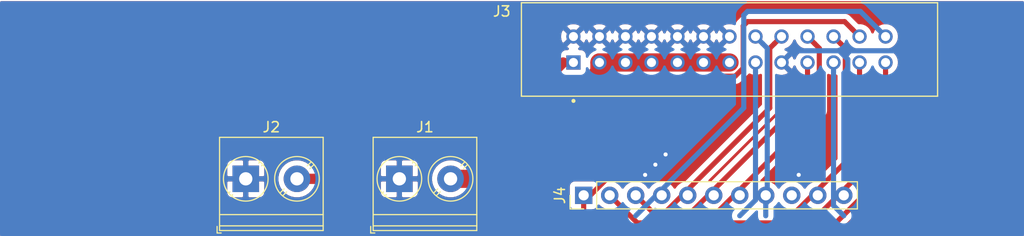
<source format=kicad_pcb>
(kicad_pcb (version 20171130) (host pcbnew 5.1.4-3.fc30)

  (general
    (thickness 1.6)
    (drawings 0)
    (tracks 63)
    (zones 0)
    (modules 4)
    (nets 15)
  )

  (page A4)
  (layers
    (0 F.Cu signal)
    (31 B.Cu signal)
    (32 B.Adhes user)
    (33 F.Adhes user)
    (34 B.Paste user)
    (35 F.Paste user)
    (36 B.SilkS user)
    (37 F.SilkS user)
    (38 B.Mask user)
    (39 F.Mask user)
    (40 Dwgs.User user)
    (41 Cmts.User user)
    (42 Eco1.User user)
    (43 Eco2.User user)
    (44 Edge.Cuts user)
    (45 Margin user)
    (46 B.CrtYd user)
    (47 F.CrtYd user)
    (48 B.Fab user)
    (49 F.Fab user)
  )

  (setup
    (last_trace_width 0.5)
    (user_trace_width 0.5)
    (user_trace_width 1.78)
    (trace_clearance 0.2)
    (zone_clearance 0.508)
    (zone_45_only no)
    (trace_min 0.2)
    (via_size 0.8)
    (via_drill 0.4)
    (via_min_size 0.4)
    (via_min_drill 0.3)
    (uvia_size 0.3)
    (uvia_drill 0.1)
    (uvias_allowed no)
    (uvia_min_size 0.2)
    (uvia_min_drill 0.1)
    (edge_width 0.05)
    (segment_width 0.2)
    (pcb_text_width 0.3)
    (pcb_text_size 1.5 1.5)
    (mod_edge_width 0.12)
    (mod_text_size 1 1)
    (mod_text_width 0.15)
    (pad_size 1.524 1.524)
    (pad_drill 0.762)
    (pad_to_mask_clearance 0.051)
    (solder_mask_min_width 0.25)
    (aux_axis_origin 0 0)
    (visible_elements FFFFFF7F)
    (pcbplotparams
      (layerselection 0x010fc_ffffffff)
      (usegerberextensions false)
      (usegerberattributes false)
      (usegerberadvancedattributes false)
      (creategerberjobfile false)
      (excludeedgelayer true)
      (linewidth 0.100000)
      (plotframeref false)
      (viasonmask false)
      (mode 1)
      (useauxorigin false)
      (hpglpennumber 1)
      (hpglpenspeed 20)
      (hpglpendiameter 15.000000)
      (psnegative false)
      (psa4output false)
      (plotreference true)
      (plotvalue true)
      (plotinvisibletext false)
      (padsonsilk false)
      (subtractmaskfromsilk false)
      (outputformat 1)
      (mirror false)
      (drillshape 1)
      (scaleselection 1)
      (outputdirectory ""))
  )

  (net 0 "")
  (net 1 GND)
  (net 2 +5V)
  (net 3 +12V)
  (net 4 TXD1)
  (net 5 RXD1)
  (net 6 GPIO3)
  (net 7 GPIO4)
  (net 8 GPIO7)
  (net 9 GNDX)
  (net 10 TXD2)
  (net 11 RXD2)
  (net 12 GPIO0)
  (net 13 GPIO1)
  (net 14 GPIO2)

  (net_class Default "This is the default net class."
    (clearance 0.2)
    (trace_width 0.25)
    (via_dia 0.8)
    (via_drill 0.4)
    (uvia_dia 0.3)
    (uvia_drill 0.1)
    (add_net +12V)
    (add_net +5V)
    (add_net GND)
    (add_net GNDX)
    (add_net GPIO0)
    (add_net GPIO1)
    (add_net GPIO2)
    (add_net GPIO3)
    (add_net GPIO4)
    (add_net GPIO7)
    (add_net RXD1)
    (add_net RXD2)
    (add_net TXD1)
    (add_net TXD2)
  )

  (module Connector_PinHeader_2.54mm:PinHeader_1x11_P2.54mm_Vertical (layer F.Cu) (tedit 59FED5CC) (tstamp 5D8579F1)
    (at 74 34 90)
    (descr "Through hole straight pin header, 1x11, 2.54mm pitch, single row")
    (tags "Through hole pin header THT 1x11 2.54mm single row")
    (path /5D8A0083)
    (fp_text reference J4 (at 0 -2.33 90) (layer F.SilkS)
      (effects (font (size 1 1) (thickness 0.15)))
    )
    (fp_text value Conn_01x11 (at 2.56 23 180) (layer F.Fab)
      (effects (font (size 1 1) (thickness 0.15)))
    )
    (fp_text user %R (at 0 13.97) (layer F.Fab)
      (effects (font (size 1 1) (thickness 0.15)))
    )
    (fp_line (start 1.8 -1.8) (end -1.8 -1.8) (layer F.CrtYd) (width 0.05))
    (fp_line (start 1.8 27.2) (end 1.8 -1.8) (layer F.CrtYd) (width 0.05))
    (fp_line (start -1.8 27.2) (end 1.8 27.2) (layer F.CrtYd) (width 0.05))
    (fp_line (start -1.8 -1.8) (end -1.8 27.2) (layer F.CrtYd) (width 0.05))
    (fp_line (start -1.33 -1.33) (end 0 -1.33) (layer F.SilkS) (width 0.12))
    (fp_line (start -1.33 0) (end -1.33 -1.33) (layer F.SilkS) (width 0.12))
    (fp_line (start -1.33 1.27) (end 1.33 1.27) (layer F.SilkS) (width 0.12))
    (fp_line (start 1.33 1.27) (end 1.33 26.73) (layer F.SilkS) (width 0.12))
    (fp_line (start -1.33 1.27) (end -1.33 26.73) (layer F.SilkS) (width 0.12))
    (fp_line (start -1.33 26.73) (end 1.33 26.73) (layer F.SilkS) (width 0.12))
    (fp_line (start -1.27 -0.635) (end -0.635 -1.27) (layer F.Fab) (width 0.1))
    (fp_line (start -1.27 26.67) (end -1.27 -0.635) (layer F.Fab) (width 0.1))
    (fp_line (start 1.27 26.67) (end -1.27 26.67) (layer F.Fab) (width 0.1))
    (fp_line (start 1.27 -1.27) (end 1.27 26.67) (layer F.Fab) (width 0.1))
    (fp_line (start -0.635 -1.27) (end 1.27 -1.27) (layer F.Fab) (width 0.1))
    (pad 11 thru_hole oval (at 0 25.4 90) (size 1.7 1.7) (drill 1) (layers *.Cu *.Mask)
      (net 9 GNDX))
    (pad 10 thru_hole oval (at 0 22.86 90) (size 1.7 1.7) (drill 1) (layers *.Cu *.Mask)
      (net 11 RXD2))
    (pad 9 thru_hole oval (at 0 20.32 90) (size 1.7 1.7) (drill 1) (layers *.Cu *.Mask)
      (net 10 TXD2))
    (pad 8 thru_hole oval (at 0 17.78 90) (size 1.7 1.7) (drill 1) (layers *.Cu *.Mask)
      (net 5 RXD1))
    (pad 7 thru_hole oval (at 0 15.24 90) (size 1.7 1.7) (drill 1) (layers *.Cu *.Mask)
      (net 4 TXD1))
    (pad 6 thru_hole oval (at 0 12.7 90) (size 1.7 1.7) (drill 1) (layers *.Cu *.Mask)
      (net 8 GPIO7))
    (pad 5 thru_hole oval (at 0 10.16 90) (size 1.7 1.7) (drill 1) (layers *.Cu *.Mask)
      (net 7 GPIO4))
    (pad 4 thru_hole oval (at 0 7.62 90) (size 1.7 1.7) (drill 1) (layers *.Cu *.Mask)
      (net 6 GPIO3))
    (pad 3 thru_hole oval (at 0 5.08 90) (size 1.7 1.7) (drill 1) (layers *.Cu *.Mask)
      (net 14 GPIO2))
    (pad 2 thru_hole oval (at 0 2.54 90) (size 1.7 1.7) (drill 1) (layers *.Cu *.Mask)
      (net 13 GPIO1))
    (pad 1 thru_hole rect (at 0 0 90) (size 1.7 1.7) (drill 1) (layers *.Cu *.Mask)
      (net 12 GPIO0))
    (model ${KISYS3DMOD}/Connector_PinHeader_2.54mm.3dshapes/PinHeader_1x11_P2.54mm_Vertical.wrl
      (at (xyz 0 0 0))
      (scale (xyz 1 1 1))
      (rotate (xyz 0 0 0))
    )
  )

  (module TerminalBlock_Phoenix:TerminalBlock_Phoenix_PT-1,5-2-5.0-H_1x02_P5.00mm_Horizontal (layer F.Cu) (tedit 5B294F69) (tstamp 5D8597D2)
    (at 56 32.385)
    (descr "Terminal Block Phoenix PT-1,5-2-5.0-H, 2 pins, pitch 5mm, size 10x9mm^2, drill diamater 1.3mm, pad diameter 2.6mm, see http://www.mouser.com/ds/2/324/ItemDetail_1935161-922578.pdf, script-generated using https://github.com/pointhi/kicad-footprint-generator/scripts/TerminalBlock_Phoenix")
    (tags "THT Terminal Block Phoenix PT-1,5-2-5.0-H pitch 5mm size 10x9mm^2 drill 1.3mm pad 2.6mm")
    (path /5D84228F)
    (fp_text reference J1 (at 2.5 -5.06) (layer F.SilkS)
      (effects (font (size 1 1) (thickness 0.15)))
    )
    (fp_text value Screw_Terminal_01x02 (at 1.69 -6.385) (layer F.Fab)
      (effects (font (size 1 1) (thickness 0.15)))
    )
    (fp_circle (center 0 0) (end 2 0) (layer F.Fab) (width 0.1))
    (fp_circle (center 0 0) (end 2.18 0) (layer F.SilkS) (width 0.12))
    (fp_circle (center 5 0) (end 7 0) (layer F.Fab) (width 0.1))
    (fp_circle (center 5 0) (end 7.18 0) (layer F.SilkS) (width 0.12))
    (fp_line (start -2.5 -4) (end 7.5 -4) (layer F.Fab) (width 0.1))
    (fp_line (start 7.5 -4) (end 7.5 5) (layer F.Fab) (width 0.1))
    (fp_line (start 7.5 5) (end -2.1 5) (layer F.Fab) (width 0.1))
    (fp_line (start -2.1 5) (end -2.5 4.6) (layer F.Fab) (width 0.1))
    (fp_line (start -2.5 4.6) (end -2.5 -4) (layer F.Fab) (width 0.1))
    (fp_line (start -2.5 4.6) (end 7.5 4.6) (layer F.Fab) (width 0.1))
    (fp_line (start -2.56 4.6) (end 7.56 4.6) (layer F.SilkS) (width 0.12))
    (fp_line (start -2.5 3.5) (end 7.5 3.5) (layer F.Fab) (width 0.1))
    (fp_line (start -2.56 3.5) (end 7.56 3.5) (layer F.SilkS) (width 0.12))
    (fp_line (start -2.56 -4.06) (end 7.56 -4.06) (layer F.SilkS) (width 0.12))
    (fp_line (start -2.56 5.06) (end 7.56 5.06) (layer F.SilkS) (width 0.12))
    (fp_line (start -2.56 -4.06) (end -2.56 5.06) (layer F.SilkS) (width 0.12))
    (fp_line (start 7.56 -4.06) (end 7.56 5.06) (layer F.SilkS) (width 0.12))
    (fp_line (start 1.517 -1.273) (end -1.273 1.517) (layer F.Fab) (width 0.1))
    (fp_line (start 1.273 -1.517) (end -1.517 1.273) (layer F.Fab) (width 0.1))
    (fp_line (start 1.654 -1.388) (end 1.547 -1.281) (layer F.SilkS) (width 0.12))
    (fp_line (start -1.282 1.547) (end -1.388 1.654) (layer F.SilkS) (width 0.12))
    (fp_line (start 1.388 -1.654) (end 1.281 -1.547) (layer F.SilkS) (width 0.12))
    (fp_line (start -1.548 1.281) (end -1.654 1.388) (layer F.SilkS) (width 0.12))
    (fp_line (start 6.517 -1.273) (end 3.728 1.517) (layer F.Fab) (width 0.1))
    (fp_line (start 6.273 -1.517) (end 3.484 1.273) (layer F.Fab) (width 0.1))
    (fp_line (start 6.654 -1.388) (end 6.259 -0.992) (layer F.SilkS) (width 0.12))
    (fp_line (start 3.993 1.274) (end 3.613 1.654) (layer F.SilkS) (width 0.12))
    (fp_line (start 6.388 -1.654) (end 6.008 -1.274) (layer F.SilkS) (width 0.12))
    (fp_line (start 3.742 0.992) (end 3.347 1.388) (layer F.SilkS) (width 0.12))
    (fp_line (start -2.8 4.66) (end -2.8 5.3) (layer F.SilkS) (width 0.12))
    (fp_line (start -2.8 5.3) (end -2.4 5.3) (layer F.SilkS) (width 0.12))
    (fp_line (start -3 -4.5) (end -3 5.5) (layer F.CrtYd) (width 0.05))
    (fp_line (start -3 5.5) (end 8 5.5) (layer F.CrtYd) (width 0.05))
    (fp_line (start 8 5.5) (end 8 -4.5) (layer F.CrtYd) (width 0.05))
    (fp_line (start 8 -4.5) (end -3 -4.5) (layer F.CrtYd) (width 0.05))
    (fp_text user %R (at 2.5 2.9) (layer F.Fab)
      (effects (font (size 1 1) (thickness 0.15)))
    )
    (pad 1 thru_hole rect (at 0 0) (size 2.6 2.6) (drill 1.3) (layers *.Cu *.Mask)
      (net 1 GND))
    (pad 2 thru_hole circle (at 5 0) (size 2.6 2.6) (drill 1.3) (layers *.Cu *.Mask)
      (net 2 +5V))
    (model ${KISYS3DMOD}/TerminalBlock_Phoenix.3dshapes/TerminalBlock_Phoenix_PT-1,5-2-5.0-H_1x02_P5.00mm_Horizontal.wrl
      (at (xyz 0 0 0))
      (scale (xyz 1 1 1))
      (rotate (xyz 0 0 0))
    )
  )

  (module TerminalBlock_Phoenix:TerminalBlock_Phoenix_PT-1,5-2-5.0-H_1x02_P5.00mm_Horizontal (layer F.Cu) (tedit 5B294F69) (tstamp 5D85A655)
    (at 41 32.385)
    (descr "Terminal Block Phoenix PT-1,5-2-5.0-H, 2 pins, pitch 5mm, size 10x9mm^2, drill diamater 1.3mm, pad diameter 2.6mm, see http://www.mouser.com/ds/2/324/ItemDetail_1935161-922578.pdf, script-generated using https://github.com/pointhi/kicad-footprint-generator/scripts/TerminalBlock_Phoenix")
    (tags "THT Terminal Block Phoenix PT-1,5-2-5.0-H pitch 5mm size 10x9mm^2 drill 1.3mm pad 2.6mm")
    (path /5D8618F7)
    (fp_text reference J2 (at 2.5 -5.06) (layer F.SilkS)
      (effects (font (size 1 1) (thickness 0.15)))
    )
    (fp_text value Screw_Terminal_01x02 (at -0.34 -6.385) (layer F.Fab)
      (effects (font (size 1 1) (thickness 0.15)))
    )
    (fp_text user %R (at 2.5 2.9) (layer F.Fab)
      (effects (font (size 1 1) (thickness 0.15)))
    )
    (fp_line (start 8 -4.5) (end -3 -4.5) (layer F.CrtYd) (width 0.05))
    (fp_line (start 8 5.5) (end 8 -4.5) (layer F.CrtYd) (width 0.05))
    (fp_line (start -3 5.5) (end 8 5.5) (layer F.CrtYd) (width 0.05))
    (fp_line (start -3 -4.5) (end -3 5.5) (layer F.CrtYd) (width 0.05))
    (fp_line (start -2.8 5.3) (end -2.4 5.3) (layer F.SilkS) (width 0.12))
    (fp_line (start -2.8 4.66) (end -2.8 5.3) (layer F.SilkS) (width 0.12))
    (fp_line (start 3.742 0.992) (end 3.347 1.388) (layer F.SilkS) (width 0.12))
    (fp_line (start 6.388 -1.654) (end 6.008 -1.274) (layer F.SilkS) (width 0.12))
    (fp_line (start 3.993 1.274) (end 3.613 1.654) (layer F.SilkS) (width 0.12))
    (fp_line (start 6.654 -1.388) (end 6.259 -0.992) (layer F.SilkS) (width 0.12))
    (fp_line (start 6.273 -1.517) (end 3.484 1.273) (layer F.Fab) (width 0.1))
    (fp_line (start 6.517 -1.273) (end 3.728 1.517) (layer F.Fab) (width 0.1))
    (fp_line (start -1.548 1.281) (end -1.654 1.388) (layer F.SilkS) (width 0.12))
    (fp_line (start 1.388 -1.654) (end 1.281 -1.547) (layer F.SilkS) (width 0.12))
    (fp_line (start -1.282 1.547) (end -1.388 1.654) (layer F.SilkS) (width 0.12))
    (fp_line (start 1.654 -1.388) (end 1.547 -1.281) (layer F.SilkS) (width 0.12))
    (fp_line (start 1.273 -1.517) (end -1.517 1.273) (layer F.Fab) (width 0.1))
    (fp_line (start 1.517 -1.273) (end -1.273 1.517) (layer F.Fab) (width 0.1))
    (fp_line (start 7.56 -4.06) (end 7.56 5.06) (layer F.SilkS) (width 0.12))
    (fp_line (start -2.56 -4.06) (end -2.56 5.06) (layer F.SilkS) (width 0.12))
    (fp_line (start -2.56 5.06) (end 7.56 5.06) (layer F.SilkS) (width 0.12))
    (fp_line (start -2.56 -4.06) (end 7.56 -4.06) (layer F.SilkS) (width 0.12))
    (fp_line (start -2.56 3.5) (end 7.56 3.5) (layer F.SilkS) (width 0.12))
    (fp_line (start -2.5 3.5) (end 7.5 3.5) (layer F.Fab) (width 0.1))
    (fp_line (start -2.56 4.6) (end 7.56 4.6) (layer F.SilkS) (width 0.12))
    (fp_line (start -2.5 4.6) (end 7.5 4.6) (layer F.Fab) (width 0.1))
    (fp_line (start -2.5 4.6) (end -2.5 -4) (layer F.Fab) (width 0.1))
    (fp_line (start -2.1 5) (end -2.5 4.6) (layer F.Fab) (width 0.1))
    (fp_line (start 7.5 5) (end -2.1 5) (layer F.Fab) (width 0.1))
    (fp_line (start 7.5 -4) (end 7.5 5) (layer F.Fab) (width 0.1))
    (fp_line (start -2.5 -4) (end 7.5 -4) (layer F.Fab) (width 0.1))
    (fp_circle (center 5 0) (end 7.18 0) (layer F.SilkS) (width 0.12))
    (fp_circle (center 5 0) (end 7 0) (layer F.Fab) (width 0.1))
    (fp_circle (center 0 0) (end 2.18 0) (layer F.SilkS) (width 0.12))
    (fp_circle (center 0 0) (end 2 0) (layer F.Fab) (width 0.1))
    (pad 2 thru_hole circle (at 5 0) (size 2.6 2.6) (drill 1.3) (layers *.Cu *.Mask)
      (net 3 +12V))
    (pad 1 thru_hole rect (at 0 0) (size 2.6 2.6) (drill 1.3) (layers *.Cu *.Mask)
      (net 1 GND))
    (model ${KISYS3DMOD}/TerminalBlock_Phoenix.3dshapes/TerminalBlock_Phoenix_PT-1,5-2-5.0-H_1x02_P5.00mm_Horizontal.wrl
      (at (xyz 0 0 0))
      (scale (xyz 1 1 1))
      (rotate (xyz 0 0 0))
    )
  )

  (module "Simple Power Board:TE_5103308-6" (layer F.Cu) (tedit 0) (tstamp 5D858ECA)
    (at 73 21 180)
    (path /5D83B62E)
    (fp_text reference J3 (at 7 5) (layer F.SilkS)
      (effects (font (size 1.0008 1.0008) (thickness 0.15)))
    )
    (fp_text value 5103308-6 (at -15.24 3.81) (layer F.SilkS) hide
      (effects (font (size 1.00068 1.00068) (thickness 0.05)))
    )
    (fp_line (start -35.56 -3.302) (end -35.56 5.842) (layer Eco2.User) (width 0.127))
    (fp_line (start -35.56 5.842) (end 5.08 5.842) (layer Eco2.User) (width 0.127))
    (fp_line (start 5.08 5.842) (end 5.08 -3.302) (layer Eco2.User) (width 0.127))
    (fp_line (start 5.08 -3.302) (end -35.56 -3.302) (layer Eco2.User) (width 0.127))
    (fp_line (start -35.56 -3.302) (end -35.56 5.842) (layer F.SilkS) (width 0.127))
    (fp_line (start -35.56 5.842) (end 5.08 5.842) (layer F.SilkS) (width 0.127))
    (fp_line (start 5.08 5.842) (end 5.08 -3.302) (layer F.SilkS) (width 0.127))
    (fp_line (start 5.08 -3.302) (end -35.56 -3.302) (layer F.SilkS) (width 0.127))
    (fp_line (start -35.81 -3.55) (end 5.33 -3.55) (layer Eco1.User) (width 0.05))
    (fp_line (start 5.33 -3.55) (end 5.33 6.09) (layer Eco1.User) (width 0.05))
    (fp_line (start 5.33 6.09) (end -35.81 6.09) (layer Eco1.User) (width 0.05))
    (fp_line (start -35.81 6.09) (end -35.81 -3.55) (layer Eco1.User) (width 0.05))
    (fp_circle (center -0.003 -3.759) (end 0.097 -3.759) (layer F.SilkS) (width 0.2))
    (pad 1 thru_hole rect (at 0 0) (size 1.397 1.397) (drill 0.889) (layers *.Cu *.Mask)
      (net 3 +12V))
    (pad 3 thru_hole circle (at -2.54 0) (size 1.397 1.397) (drill 0.889) (layers *.Cu *.Mask)
      (net 2 +5V))
    (pad 2 thru_hole circle (at 0 2.54) (size 1.397 1.397) (drill 0.889) (layers *.Cu *.Mask)
      (net 1 GND))
    (pad 4 thru_hole circle (at -2.54 2.54) (size 1.397 1.397) (drill 0.889) (layers *.Cu *.Mask)
      (net 1 GND))
    (pad 5 thru_hole circle (at -5.08 0) (size 1.397 1.397) (drill 0.889) (layers *.Cu *.Mask)
      (net 2 +5V))
    (pad 6 thru_hole circle (at -5.08 2.54) (size 1.397 1.397) (drill 0.889) (layers *.Cu *.Mask)
      (net 1 GND))
    (pad 7 thru_hole circle (at -7.62 0) (size 1.397 1.397) (drill 0.889) (layers *.Cu *.Mask)
      (net 2 +5V))
    (pad 8 thru_hole circle (at -7.62 2.54) (size 1.397 1.397) (drill 0.889) (layers *.Cu *.Mask)
      (net 1 GND))
    (pad 9 thru_hole circle (at -10.16 0) (size 1.397 1.397) (drill 0.889) (layers *.Cu *.Mask)
      (net 2 +5V))
    (pad 10 thru_hole circle (at -10.16 2.54) (size 1.397 1.397) (drill 0.889) (layers *.Cu *.Mask)
      (net 1 GND))
    (pad 11 thru_hole circle (at -12.7 0) (size 1.397 1.397) (drill 0.889) (layers *.Cu *.Mask)
      (net 2 +5V))
    (pad 12 thru_hole circle (at -12.7 2.54) (size 1.397 1.397) (drill 0.889) (layers *.Cu *.Mask)
      (net 1 GND))
    (pad 13 thru_hole circle (at -15.24 0) (size 1.397 1.397) (drill 0.889) (layers *.Cu *.Mask)
      (net 2 +5V))
    (pad 14 thru_hole circle (at -15.24 2.54) (size 1.397 1.397) (drill 0.889) (layers *.Cu *.Mask)
      (net 1 GND))
    (pad 15 thru_hole circle (at -17.78 0) (size 1.397 1.397) (drill 0.889) (layers *.Cu *.Mask)
      (net 4 TXD1))
    (pad 16 thru_hole circle (at -17.78 2.54) (size 1.397 1.397) (drill 0.889) (layers *.Cu *.Mask)
      (net 5 RXD1))
    (pad 17 thru_hole circle (at -20.32 0) (size 1.397 1.397) (drill 0.889) (layers *.Cu *.Mask)
      (net 1 GND))
    (pad 18 thru_hole circle (at -20.32 2.54) (size 1.397 1.397) (drill 0.889) (layers *.Cu *.Mask)
      (net 6 GPIO3))
    (pad 19 thru_hole circle (at -22.86 0) (size 1.397 1.397) (drill 0.889) (layers *.Cu *.Mask)
      (net 7 GPIO4))
    (pad 20 thru_hole circle (at -22.86 2.54) (size 1.397 1.397) (drill 0.889) (layers *.Cu *.Mask)
      (net 8 GPIO7))
    (pad 21 thru_hole circle (at -25.4 0) (size 1.397 1.397) (drill 0.889) (layers *.Cu *.Mask)
      (net 9 GNDX))
    (pad 22 thru_hole circle (at -25.4 2.54) (size 1.397 1.397) (drill 0.889) (layers *.Cu *.Mask)
      (net 10 TXD2))
    (pad 23 thru_hole circle (at -27.94 0) (size 1.397 1.397) (drill 0.889) (layers *.Cu *.Mask)
      (net 11 RXD2))
    (pad 24 thru_hole circle (at -27.94 2.54) (size 1.397 1.397) (drill 0.889) (layers *.Cu *.Mask)
      (net 12 GPIO0))
    (pad 25 thru_hole circle (at -30.48 0) (size 1.397 1.397) (drill 0.889) (layers *.Cu *.Mask)
      (net 13 GPIO1))
    (pad 26 thru_hole circle (at -30.48 2.54) (size 1.397 1.397) (drill 0.889) (layers *.Cu *.Mask)
      (net 14 GPIO2))
    (model "${KIPRJMOD}/3D Models/c-5103308-6-b-3d.stp"
      (offset (xyz -15.3 -1.4 10))
      (scale (xyz 1 1 1))
      (rotate (xyz 0 0 0))
    )
  )

  (via (at 80 32) (size 0.8) (drill 0.4) (layers F.Cu B.Cu) (net 1))
  (via (at 81 31) (size 0.8) (drill 0.4) (layers F.Cu B.Cu) (net 1))
  (via (at 82 30) (size 0.8) (drill 0.4) (layers F.Cu B.Cu) (net 1))
  (via (at 95 32) (size 0.8) (drill 0.4) (layers F.Cu B.Cu) (net 1))
  (segment (start 99.791499 20.691717) (end 99.791499 22.791499) (width 0.5) (layer B.Cu) (net 1))
  (segment (start 98.951281 19.851499) (end 99.791499 20.691717) (width 0.5) (layer B.Cu) (net 1))
  (segment (start 93.32 21) (end 94.468501 19.851499) (width 0.5) (layer B.Cu) (net 1))
  (segment (start 94.468501 19.851499) (end 98.951281 19.851499) (width 0.5) (layer B.Cu) (net 1))
  (segment (start 98.951281 19.851499) (end 104.851499 19.851499) (width 0.5) (layer B.Cu) (net 1))
  (segment (start 75.54 21.987828) (end 75.54 21) (width 1.78) (layer F.Cu) (net 2))
  (segment (start 65.142828 32.385) (end 75.54 21.987828) (width 1.78) (layer F.Cu) (net 2))
  (segment (start 61 32.385) (end 65.142828 32.385) (width 1.78) (layer F.Cu) (net 2))
  (segment (start 75.54 21) (end 88.24 21) (width 1.78) (layer F.Cu) (net 2))
  (segment (start 46 32.385) (end 50.615 32.385) (width 1) (layer F.Cu) (net 3))
  (segment (start 50.615 32.385) (end 54 29) (width 1) (layer F.Cu) (net 3))
  (segment (start 54 29) (end 64 29) (width 1) (layer F.Cu) (net 3))
  (segment (start 72 21) (end 73 21) (width 0.25) (layer F.Cu) (net 3))
  (segment (start 64 29) (end 72 21) (width 1) (layer F.Cu) (net 3))
  (segment (start 90.78 34.46) (end 90.78 21) (width 0.5) (layer B.Cu) (net 4))
  (segment (start 89.24 36) (end 90.78 34.46) (width 0.5) (layer B.Cu) (net 4))
  (segment (start 91.478499 19.158499) (end 90.78 18.46) (width 0.5) (layer B.Cu) (net 5))
  (segment (start 91.78 34.797919) (end 91.928501 34.649418) (width 0.5) (layer B.Cu) (net 5))
  (segment (start 91.928501 19.608501) (end 91.478499 19.158499) (width 0.5) (layer B.Cu) (net 5))
  (segment (start 91.928501 34.649418) (end 91.928501 19.608501) (width 0.5) (layer B.Cu) (net 5))
  (segment (start 91.78 36) (end 91.78 34.797919) (width 0.5) (layer B.Cu) (net 5))
  (segment (start 92.621501 19.158499) (end 93.32 18.46) (width 0.5) (layer F.Cu) (net 6))
  (segment (start 92.171499 19.608501) (end 92.621501 19.158499) (width 0.5) (layer F.Cu) (net 6))
  (segment (start 92.171499 25.448501) (end 92.171499 19.608501) (width 0.5) (layer F.Cu) (net 6))
  (segment (start 81.62 36) (end 92.171499 25.448501) (width 0.5) (layer F.Cu) (net 6))
  (segment (start 95.86 24.3) (end 84.16 36) (width 0.5) (layer F.Cu) (net 7))
  (segment (start 95.86 21) (end 95.86 24.3) (width 0.5) (layer F.Cu) (net 7))
  (segment (start 96.558499 19.158499) (end 95.86 18.46) (width 0.5) (layer F.Cu) (net 8))
  (segment (start 97.008501 19.608501) (end 96.558499 19.158499) (width 0.5) (layer F.Cu) (net 8))
  (segment (start 97.008501 25.691499) (end 97.008501 19.608501) (width 0.5) (layer F.Cu) (net 8))
  (segment (start 86.7 36) (end 97.008501 25.691499) (width 0.5) (layer F.Cu) (net 8))
  (segment (start 98.4 35) (end 99.4 36) (width 0.5) (layer B.Cu) (net 9))
  (segment (start 98.4 21) (end 98.4 35) (width 0.5) (layer B.Cu) (net 9))
  (segment (start 99.098499 19.158499) (end 98.4 18.46) (width 0.5) (layer F.Cu) (net 10))
  (segment (start 99.548501 19.608501) (end 99.098499 19.158499) (width 0.5) (layer F.Cu) (net 10))
  (segment (start 99.548501 30.771499) (end 99.548501 19.608501) (width 0.5) (layer F.Cu) (net 10))
  (segment (start 94.32 36) (end 99.548501 30.771499) (width 0.5) (layer F.Cu) (net 10))
  (segment (start 100.94 31.92) (end 96.86 36) (width 0.5) (layer F.Cu) (net 11))
  (segment (start 100.94 21) (end 100.94 31.92) (width 0.5) (layer F.Cu) (net 11))
  (segment (start 100.241501 17.761501) (end 100.94 18.46) (width 0.5) (layer F.Cu) (net 12))
  (segment (start 99.48 17) (end 100.241501 17.761501) (width 0.5) (layer F.Cu) (net 12))
  (segment (start 90 17) (end 99.48 17) (width 0.5) (layer F.Cu) (net 12))
  (segment (start 89.58001 17.41999) (end 90 17) (width 0.5) (layer F.Cu) (net 12))
  (segment (start 89.58001 21.55505) (end 89.58001 17.41999) (width 0.5) (layer F.Cu) (net 12))
  (segment (start 88.79505 22.34001) (end 89.58001 21.55505) (width 0.5) (layer F.Cu) (net 12))
  (segment (start 86.30999 22.34001) (end 88.79505 22.34001) (width 0.5) (layer F.Cu) (net 12))
  (segment (start 74 34.65) (end 86.30999 22.34001) (width 0.5) (layer F.Cu) (net 12))
  (segment (start 74 36) (end 74 34.65) (width 0.5) (layer F.Cu) (net 12))
  (segment (start 103.48 21.987828) (end 103.48 21) (width 0.5) (layer F.Cu) (net 13))
  (segment (start 103.48 31.844002) (end 103.48 21.987828) (width 0.5) (layer F.Cu) (net 13))
  (segment (start 98.623994 36.700008) (end 103.48 31.844002) (width 0.5) (layer F.Cu) (net 13))
  (segment (start 79.240008 36.700008) (end 98.623994 36.700008) (width 0.5) (layer F.Cu) (net 13))
  (segment (start 76.54 34) (end 79.240008 36.700008) (width 0.5) (layer F.Cu) (net 13))
  (segment (start 89.631499 25.448501) (end 89.631499 16.368501) (width 0.5) (layer B.Cu) (net 14))
  (segment (start 79.08 36) (end 89.631499 25.448501) (width 0.5) (layer B.Cu) (net 14))
  (segment (start 89.631499 16.368501) (end 90 16) (width 0.5) (layer B.Cu) (net 14))
  (segment (start 101.02 16) (end 103.48 18.46) (width 0.5) (layer B.Cu) (net 14))
  (segment (start 90 16) (end 101.02 16) (width 0.5) (layer B.Cu) (net 14))
  (segment (start 79.08 34) (end 80.919992 35.839992) (width 0.5) (layer F.Cu) (net 14))

  (zone (net 1) (net_name GND) (layer B.Cu) (tstamp 0) (hatch edge 0.508)
    (connect_pads (clearance 0.508))
    (min_thickness 0.254)
    (fill yes (arc_segments 32) (thermal_gap 0.508) (thermal_bridge_width 0.508))
    (polygon
      (pts
        (xy 17 15) (xy 117 15) (xy 117 38) (xy 17 38)
      )
    )
    (filled_polygon
      (pts
        (xy 89.82651 15.127805) (xy 89.659687 15.178411) (xy 89.505941 15.260589) (xy 89.371183 15.371183) (xy 89.343466 15.404956)
        (xy 89.036451 15.711971) (xy 89.002683 15.739684) (xy 88.97497 15.773452) (xy 88.974967 15.773455) (xy 88.892089 15.874442)
        (xy 88.809911 16.028188) (xy 88.759304 16.195011) (xy 88.742218 16.368501) (xy 88.7465 16.41198) (xy 88.7465 17.224907)
        (xy 88.683125 17.195441) (xy 88.427907 17.133289) (xy 88.165467 17.122124) (xy 87.905893 17.162371) (xy 87.659158 17.252486)
        (xy 87.558686 17.306188) (xy 87.499408 17.539803) (xy 88.24 18.280395) (xy 88.254143 18.266253) (xy 88.433748 18.445858)
        (xy 88.419605 18.46) (xy 88.433748 18.474143) (xy 88.254143 18.653748) (xy 88.24 18.639605) (xy 87.499408 19.380197)
        (xy 87.558686 19.613812) (xy 87.796875 19.724559) (xy 87.820622 19.730342) (xy 87.608351 19.818268) (xy 87.389943 19.964203)
        (xy 87.204203 20.149943) (xy 87.058268 20.368351) (xy 86.97 20.581448) (xy 86.881732 20.368351) (xy 86.735797 20.149943)
        (xy 86.550057 19.964203) (xy 86.331649 19.818268) (xy 86.11443 19.728293) (xy 86.280842 19.667514) (xy 86.381314 19.613812)
        (xy 86.440592 19.380197) (xy 85.7 18.639605) (xy 84.959408 19.380197) (xy 85.018686 19.613812) (xy 85.256875 19.724559)
        (xy 85.280622 19.730342) (xy 85.068351 19.818268) (xy 84.849943 19.964203) (xy 84.664203 20.149943) (xy 84.518268 20.368351)
        (xy 84.43 20.581448) (xy 84.341732 20.368351) (xy 84.195797 20.149943) (xy 84.010057 19.964203) (xy 83.791649 19.818268)
        (xy 83.57443 19.728293) (xy 83.740842 19.667514) (xy 83.841314 19.613812) (xy 83.900592 19.380197) (xy 83.16 18.639605)
        (xy 82.419408 19.380197) (xy 82.478686 19.613812) (xy 82.716875 19.724559) (xy 82.740622 19.730342) (xy 82.528351 19.818268)
        (xy 82.309943 19.964203) (xy 82.124203 20.149943) (xy 81.978268 20.368351) (xy 81.89 20.581448) (xy 81.801732 20.368351)
        (xy 81.655797 20.149943) (xy 81.470057 19.964203) (xy 81.251649 19.818268) (xy 81.03443 19.728293) (xy 81.200842 19.667514)
        (xy 81.301314 19.613812) (xy 81.360592 19.380197) (xy 80.62 18.639605) (xy 79.879408 19.380197) (xy 79.938686 19.613812)
        (xy 80.176875 19.724559) (xy 80.200622 19.730342) (xy 79.988351 19.818268) (xy 79.769943 19.964203) (xy 79.584203 20.149943)
        (xy 79.438268 20.368351) (xy 79.35 20.581448) (xy 79.261732 20.368351) (xy 79.115797 20.149943) (xy 78.930057 19.964203)
        (xy 78.711649 19.818268) (xy 78.49443 19.728293) (xy 78.660842 19.667514) (xy 78.761314 19.613812) (xy 78.820592 19.380197)
        (xy 78.08 18.639605) (xy 77.339408 19.380197) (xy 77.398686 19.613812) (xy 77.636875 19.724559) (xy 77.660622 19.730342)
        (xy 77.448351 19.818268) (xy 77.229943 19.964203) (xy 77.044203 20.149943) (xy 76.898268 20.368351) (xy 76.81 20.581448)
        (xy 76.721732 20.368351) (xy 76.575797 20.149943) (xy 76.390057 19.964203) (xy 76.171649 19.818268) (xy 75.95443 19.728293)
        (xy 76.120842 19.667514) (xy 76.221314 19.613812) (xy 76.280592 19.380197) (xy 75.54 18.639605) (xy 74.799408 19.380197)
        (xy 74.858686 19.613812) (xy 75.096875 19.724559) (xy 75.120622 19.730342) (xy 74.908351 19.818268) (xy 74.689943 19.964203)
        (xy 74.504203 20.149943) (xy 74.358268 20.368351) (xy 74.336572 20.42073) (xy 74.336572 20.3015) (xy 74.324312 20.177018)
        (xy 74.288002 20.05732) (xy 74.229037 19.947006) (xy 74.149685 19.850315) (xy 74.052994 19.770963) (xy 73.94268 19.711998)
        (xy 73.822982 19.675688) (xy 73.6985 19.663428) (xy 73.588487 19.663428) (xy 73.681314 19.613812) (xy 73.740592 19.380197)
        (xy 73 18.639605) (xy 72.259408 19.380197) (xy 72.318686 19.613812) (xy 72.425398 19.663428) (xy 72.3015 19.663428)
        (xy 72.177018 19.675688) (xy 72.05732 19.711998) (xy 71.947006 19.770963) (xy 71.850315 19.850315) (xy 71.770963 19.947006)
        (xy 71.711998 20.05732) (xy 71.675688 20.177018) (xy 71.663428 20.3015) (xy 71.663428 21.6985) (xy 71.675688 21.822982)
        (xy 71.711998 21.94268) (xy 71.770963 22.052994) (xy 71.850315 22.149685) (xy 71.947006 22.229037) (xy 72.05732 22.288002)
        (xy 72.177018 22.324312) (xy 72.3015 22.336572) (xy 73.6985 22.336572) (xy 73.822982 22.324312) (xy 73.94268 22.288002)
        (xy 74.052994 22.229037) (xy 74.149685 22.149685) (xy 74.229037 22.052994) (xy 74.288002 21.94268) (xy 74.324312 21.822982)
        (xy 74.336572 21.6985) (xy 74.336572 21.57927) (xy 74.358268 21.631649) (xy 74.504203 21.850057) (xy 74.689943 22.035797)
        (xy 74.908351 22.181732) (xy 75.151032 22.282254) (xy 75.408662 22.3335) (xy 75.671338 22.3335) (xy 75.928968 22.282254)
        (xy 76.171649 22.181732) (xy 76.390057 22.035797) (xy 76.575797 21.850057) (xy 76.721732 21.631649) (xy 76.81 21.418552)
        (xy 76.898268 21.631649) (xy 77.044203 21.850057) (xy 77.229943 22.035797) (xy 77.448351 22.181732) (xy 77.691032 22.282254)
        (xy 77.948662 22.3335) (xy 78.211338 22.3335) (xy 78.468968 22.282254) (xy 78.711649 22.181732) (xy 78.930057 22.035797)
        (xy 79.115797 21.850057) (xy 79.261732 21.631649) (xy 79.35 21.418552) (xy 79.438268 21.631649) (xy 79.584203 21.850057)
        (xy 79.769943 22.035797) (xy 79.988351 22.181732) (xy 80.231032 22.282254) (xy 80.488662 22.3335) (xy 80.751338 22.3335)
        (xy 81.008968 22.282254) (xy 81.251649 22.181732) (xy 81.470057 22.035797) (xy 81.655797 21.850057) (xy 81.801732 21.631649)
        (xy 81.89 21.418552) (xy 81.978268 21.631649) (xy 82.124203 21.850057) (xy 82.309943 22.035797) (xy 82.528351 22.181732)
        (xy 82.771032 22.282254) (xy 83.028662 22.3335) (xy 83.291338 22.3335) (xy 83.548968 22.282254) (xy 83.791649 22.181732)
        (xy 84.010057 22.035797) (xy 84.195797 21.850057) (xy 84.341732 21.631649) (xy 84.43 21.418552) (xy 84.518268 21.631649)
        (xy 84.664203 21.850057) (xy 84.849943 22.035797) (xy 85.068351 22.181732) (xy 85.311032 22.282254) (xy 85.568662 22.3335)
        (xy 85.831338 22.3335) (xy 86.088968 22.282254) (xy 86.331649 22.181732) (xy 86.550057 22.035797) (xy 86.735797 21.850057)
        (xy 86.881732 21.631649) (xy 86.97 21.418552) (xy 87.058268 21.631649) (xy 87.204203 21.850057) (xy 87.389943 22.035797)
        (xy 87.608351 22.181732) (xy 87.851032 22.282254) (xy 88.108662 22.3335) (xy 88.371338 22.3335) (xy 88.628968 22.282254)
        (xy 88.746499 22.233571) (xy 88.746499 25.081922) (xy 81.275844 32.552578) (xy 81.048966 32.621401) (xy 80.790986 32.759294)
        (xy 80.564866 32.944866) (xy 80.379294 33.170986) (xy 80.35 33.225791) (xy 80.320706 33.170986) (xy 80.135134 32.944866)
        (xy 79.909014 32.759294) (xy 79.651034 32.621401) (xy 79.371111 32.536487) (xy 79.15295 32.515) (xy 79.00705 32.515)
        (xy 78.788889 32.536487) (xy 78.508966 32.621401) (xy 78.250986 32.759294) (xy 78.024866 32.944866) (xy 77.839294 33.170986)
        (xy 77.81 33.225791) (xy 77.780706 33.170986) (xy 77.595134 32.944866) (xy 77.369014 32.759294) (xy 77.111034 32.621401)
        (xy 76.831111 32.536487) (xy 76.61295 32.515) (xy 76.46705 32.515) (xy 76.248889 32.536487) (xy 75.968966 32.621401)
        (xy 75.710986 32.759294) (xy 75.484866 32.944866) (xy 75.460393 32.974687) (xy 75.439502 32.90582) (xy 75.380537 32.795506)
        (xy 75.301185 32.698815) (xy 75.204494 32.619463) (xy 75.09418 32.560498) (xy 74.974482 32.524188) (xy 74.85 32.511928)
        (xy 73.15 32.511928) (xy 73.025518 32.524188) (xy 72.90582 32.560498) (xy 72.795506 32.619463) (xy 72.698815 32.698815)
        (xy 72.619463 32.795506) (xy 72.560498 32.90582) (xy 72.524188 33.025518) (xy 72.511928 33.15) (xy 72.511928 34.85)
        (xy 72.524188 34.974482) (xy 72.560498 35.09418) (xy 72.619463 35.204494) (xy 72.698815 35.301185) (xy 72.795506 35.380537)
        (xy 72.90582 35.439502) (xy 73.025518 35.475812) (xy 73.15 35.488072) (xy 74.85 35.488072) (xy 74.974482 35.475812)
        (xy 75.09418 35.439502) (xy 75.204494 35.380537) (xy 75.301185 35.301185) (xy 75.380537 35.204494) (xy 75.439502 35.09418)
        (xy 75.460393 35.025313) (xy 75.484866 35.055134) (xy 75.710986 35.240706) (xy 75.968966 35.378599) (xy 76.248889 35.463513)
        (xy 76.46705 35.485) (xy 76.61295 35.485) (xy 76.831111 35.463513) (xy 77.111034 35.378599) (xy 77.369014 35.240706)
        (xy 77.595134 35.055134) (xy 77.780706 34.829014) (xy 77.81 34.774209) (xy 77.839294 34.829014) (xy 78.024866 35.055134)
        (xy 78.250986 35.240706) (xy 78.470424 35.357998) (xy 78.423468 35.404954) (xy 78.34059 35.505941) (xy 78.258412 35.659687)
        (xy 78.207805 35.82651) (xy 78.190719 36) (xy 78.207805 36.17349) (xy 78.258412 36.340313) (xy 78.34059 36.494059)
        (xy 78.451183 36.628817) (xy 78.585941 36.73941) (xy 78.739687 36.821588) (xy 78.90651 36.872195) (xy 79.08 36.889281)
        (xy 79.25349 36.872195) (xy 79.420313 36.821588) (xy 79.574059 36.73941) (xy 79.675046 36.656532) (xy 80.986414 35.345164)
        (xy 81.048966 35.378599) (xy 81.328889 35.463513) (xy 81.54705 35.485) (xy 81.69295 35.485) (xy 81.911111 35.463513)
        (xy 82.191034 35.378599) (xy 82.449014 35.240706) (xy 82.675134 35.055134) (xy 82.860706 34.829014) (xy 82.89 34.774209)
        (xy 82.919294 34.829014) (xy 83.104866 35.055134) (xy 83.330986 35.240706) (xy 83.588966 35.378599) (xy 83.868889 35.463513)
        (xy 84.08705 35.485) (xy 84.23295 35.485) (xy 84.451111 35.463513) (xy 84.731034 35.378599) (xy 84.989014 35.240706)
        (xy 85.215134 35.055134) (xy 85.400706 34.829014) (xy 85.43 34.774209) (xy 85.459294 34.829014) (xy 85.644866 35.055134)
        (xy 85.870986 35.240706) (xy 86.128966 35.378599) (xy 86.408889 35.463513) (xy 86.62705 35.485) (xy 86.77295 35.485)
        (xy 86.991111 35.463513) (xy 87.271034 35.378599) (xy 87.529014 35.240706) (xy 87.755134 35.055134) (xy 87.940706 34.829014)
        (xy 87.97 34.774209) (xy 87.999294 34.829014) (xy 88.184866 35.055134) (xy 88.410986 35.240706) (xy 88.630424 35.357998)
        (xy 88.583468 35.404954) (xy 88.50059 35.505941) (xy 88.418412 35.659687) (xy 88.367805 35.82651) (xy 88.350719 36)
        (xy 88.367805 36.17349) (xy 88.418412 36.340313) (xy 88.50059 36.494059) (xy 88.611183 36.628817) (xy 88.745941 36.73941)
        (xy 88.899687 36.821588) (xy 89.06651 36.872195) (xy 89.24 36.889281) (xy 89.41349 36.872195) (xy 89.580313 36.821588)
        (xy 89.734059 36.73941) (xy 89.835046 36.656532) (xy 90.895 35.596578) (xy 90.895 36.043476) (xy 90.907805 36.173489)
        (xy 90.958411 36.340312) (xy 91.040589 36.494058) (xy 91.151183 36.628817) (xy 91.285941 36.739411) (xy 91.439687 36.821589)
        (xy 91.60651 36.872195) (xy 91.78 36.889282) (xy 91.953489 36.872195) (xy 92.120312 36.821589) (xy 92.274058 36.739411)
        (xy 92.408817 36.628817) (xy 92.519411 36.494059) (xy 92.601589 36.340313) (xy 92.652195 36.17349) (xy 92.665 36.043477)
        (xy 92.665 35.194759) (xy 92.835134 35.055134) (xy 93.020706 34.829014) (xy 93.05 34.774209) (xy 93.079294 34.829014)
        (xy 93.264866 35.055134) (xy 93.490986 35.240706) (xy 93.748966 35.378599) (xy 94.028889 35.463513) (xy 94.24705 35.485)
        (xy 94.39295 35.485) (xy 94.611111 35.463513) (xy 94.891034 35.378599) (xy 95.149014 35.240706) (xy 95.375134 35.055134)
        (xy 95.560706 34.829014) (xy 95.59 34.774209) (xy 95.619294 34.829014) (xy 95.804866 35.055134) (xy 96.030986 35.240706)
        (xy 96.288966 35.378599) (xy 96.568889 35.463513) (xy 96.78705 35.485) (xy 96.93295 35.485) (xy 97.151111 35.463513)
        (xy 97.431034 35.378599) (xy 97.567843 35.305473) (xy 97.578412 35.340313) (xy 97.66059 35.494059) (xy 97.743468 35.595046)
        (xy 97.743471 35.595049) (xy 97.771184 35.628817) (xy 97.804951 35.656529) (xy 98.804953 36.656532) (xy 98.905941 36.739411)
        (xy 99.059686 36.821589) (xy 99.22651 36.872195) (xy 99.4 36.889281) (xy 99.57349 36.872195) (xy 99.740313 36.821589)
        (xy 99.894059 36.739411) (xy 100.028817 36.628817) (xy 100.139411 36.494059) (xy 100.221589 36.340313) (xy 100.272195 36.17349)
        (xy 100.289281 36) (xy 100.272195 35.82651) (xy 100.221589 35.659686) (xy 100.139411 35.505941) (xy 100.056532 35.404953)
        (xy 100.009577 35.357998) (xy 100.229014 35.240706) (xy 100.455134 35.055134) (xy 100.640706 34.829014) (xy 100.778599 34.571034)
        (xy 100.863513 34.291111) (xy 100.892185 34) (xy 100.863513 33.708889) (xy 100.778599 33.428966) (xy 100.640706 33.170986)
        (xy 100.455134 32.944866) (xy 100.229014 32.759294) (xy 99.971034 32.621401) (xy 99.691111 32.536487) (xy 99.47295 32.515)
        (xy 99.32705 32.515) (xy 99.285 32.519142) (xy 99.285 22.000854) (xy 99.435797 21.850057) (xy 99.581732 21.631649)
        (xy 99.67 21.418552) (xy 99.758268 21.631649) (xy 99.904203 21.850057) (xy 100.089943 22.035797) (xy 100.308351 22.181732)
        (xy 100.551032 22.282254) (xy 100.808662 22.3335) (xy 101.071338 22.3335) (xy 101.328968 22.282254) (xy 101.571649 22.181732)
        (xy 101.790057 22.035797) (xy 101.975797 21.850057) (xy 102.121732 21.631649) (xy 102.21 21.418552) (xy 102.298268 21.631649)
        (xy 102.444203 21.850057) (xy 102.629943 22.035797) (xy 102.848351 22.181732) (xy 103.091032 22.282254) (xy 103.348662 22.3335)
        (xy 103.611338 22.3335) (xy 103.868968 22.282254) (xy 104.111649 22.181732) (xy 104.330057 22.035797) (xy 104.515797 21.850057)
        (xy 104.661732 21.631649) (xy 104.762254 21.388968) (xy 104.8135 21.131338) (xy 104.8135 20.868662) (xy 104.762254 20.611032)
        (xy 104.661732 20.368351) (xy 104.515797 20.149943) (xy 104.330057 19.964203) (xy 104.111649 19.818268) (xy 103.898552 19.73)
        (xy 104.111649 19.641732) (xy 104.330057 19.495797) (xy 104.515797 19.310057) (xy 104.661732 19.091649) (xy 104.762254 18.848968)
        (xy 104.8135 18.591338) (xy 104.8135 18.328662) (xy 104.762254 18.071032) (xy 104.661732 17.828351) (xy 104.515797 17.609943)
        (xy 104.330057 17.424203) (xy 104.111649 17.278268) (xy 103.868968 17.177746) (xy 103.611338 17.1265) (xy 103.398079 17.1265)
        (xy 101.676534 15.404956) (xy 101.648817 15.371183) (xy 101.514059 15.260589) (xy 101.360313 15.178411) (xy 101.19349 15.127805)
        (xy 101.185317 15.127) (xy 116.873 15.127) (xy 116.873 37.873) (xy 17.127 37.873) (xy 17.127 33.685)
        (xy 39.061928 33.685) (xy 39.074188 33.809482) (xy 39.110498 33.92918) (xy 39.169463 34.039494) (xy 39.248815 34.136185)
        (xy 39.345506 34.215537) (xy 39.45582 34.274502) (xy 39.575518 34.310812) (xy 39.7 34.323072) (xy 40.71425 34.32)
        (xy 40.873 34.16125) (xy 40.873 32.512) (xy 41.127 32.512) (xy 41.127 34.16125) (xy 41.28575 34.32)
        (xy 42.3 34.323072) (xy 42.424482 34.310812) (xy 42.54418 34.274502) (xy 42.654494 34.215537) (xy 42.751185 34.136185)
        (xy 42.830537 34.039494) (xy 42.889502 33.92918) (xy 42.925812 33.809482) (xy 42.938072 33.685) (xy 42.935 32.67075)
        (xy 42.77625 32.512) (xy 41.127 32.512) (xy 40.873 32.512) (xy 39.22375 32.512) (xy 39.065 32.67075)
        (xy 39.061928 33.685) (xy 17.127 33.685) (xy 17.127 31.085) (xy 39.061928 31.085) (xy 39.065 32.09925)
        (xy 39.22375 32.258) (xy 40.873 32.258) (xy 40.873 30.60875) (xy 41.127 30.60875) (xy 41.127 32.258)
        (xy 42.77625 32.258) (xy 42.839831 32.194419) (xy 44.065 32.194419) (xy 44.065 32.575581) (xy 44.139361 32.949419)
        (xy 44.285225 33.301566) (xy 44.496987 33.618491) (xy 44.766509 33.888013) (xy 45.083434 34.099775) (xy 45.435581 34.245639)
        (xy 45.809419 34.32) (xy 46.190581 34.32) (xy 46.564419 34.245639) (xy 46.916566 34.099775) (xy 47.233491 33.888013)
        (xy 47.436504 33.685) (xy 54.061928 33.685) (xy 54.074188 33.809482) (xy 54.110498 33.92918) (xy 54.169463 34.039494)
        (xy 54.248815 34.136185) (xy 54.345506 34.215537) (xy 54.45582 34.274502) (xy 54.575518 34.310812) (xy 54.7 34.323072)
        (xy 55.71425 34.32) (xy 55.873 34.16125) (xy 55.873 32.512) (xy 56.127 32.512) (xy 56.127 34.16125)
        (xy 56.28575 34.32) (xy 57.3 34.323072) (xy 57.424482 34.310812) (xy 57.54418 34.274502) (xy 57.654494 34.215537)
        (xy 57.751185 34.136185) (xy 57.830537 34.039494) (xy 57.889502 33.92918) (xy 57.925812 33.809482) (xy 57.938072 33.685)
        (xy 57.935 32.67075) (xy 57.77625 32.512) (xy 56.127 32.512) (xy 55.873 32.512) (xy 54.22375 32.512)
        (xy 54.065 32.67075) (xy 54.061928 33.685) (xy 47.436504 33.685) (xy 47.503013 33.618491) (xy 47.714775 33.301566)
        (xy 47.860639 32.949419) (xy 47.935 32.575581) (xy 47.935 32.194419) (xy 47.860639 31.820581) (xy 47.714775 31.468434)
        (xy 47.503013 31.151509) (xy 47.436504 31.085) (xy 54.061928 31.085) (xy 54.065 32.09925) (xy 54.22375 32.258)
        (xy 55.873 32.258) (xy 55.873 30.60875) (xy 56.127 30.60875) (xy 56.127 32.258) (xy 57.77625 32.258)
        (xy 57.839831 32.194419) (xy 59.065 32.194419) (xy 59.065 32.575581) (xy 59.139361 32.949419) (xy 59.285225 33.301566)
        (xy 59.496987 33.618491) (xy 59.766509 33.888013) (xy 60.083434 34.099775) (xy 60.435581 34.245639) (xy 60.809419 34.32)
        (xy 61.190581 34.32) (xy 61.564419 34.245639) (xy 61.916566 34.099775) (xy 62.233491 33.888013) (xy 62.503013 33.618491)
        (xy 62.714775 33.301566) (xy 62.860639 32.949419) (xy 62.935 32.575581) (xy 62.935 32.194419) (xy 62.860639 31.820581)
        (xy 62.714775 31.468434) (xy 62.503013 31.151509) (xy 62.233491 30.881987) (xy 61.916566 30.670225) (xy 61.564419 30.524361)
        (xy 61.190581 30.45) (xy 60.809419 30.45) (xy 60.435581 30.524361) (xy 60.083434 30.670225) (xy 59.766509 30.881987)
        (xy 59.496987 31.151509) (xy 59.285225 31.468434) (xy 59.139361 31.820581) (xy 59.065 32.194419) (xy 57.839831 32.194419)
        (xy 57.935 32.09925) (xy 57.938072 31.085) (xy 57.925812 30.960518) (xy 57.889502 30.84082) (xy 57.830537 30.730506)
        (xy 57.751185 30.633815) (xy 57.654494 30.554463) (xy 57.54418 30.495498) (xy 57.424482 30.459188) (xy 57.3 30.446928)
        (xy 56.28575 30.45) (xy 56.127 30.60875) (xy 55.873 30.60875) (xy 55.71425 30.45) (xy 54.7 30.446928)
        (xy 54.575518 30.459188) (xy 54.45582 30.495498) (xy 54.345506 30.554463) (xy 54.248815 30.633815) (xy 54.169463 30.730506)
        (xy 54.110498 30.84082) (xy 54.074188 30.960518) (xy 54.061928 31.085) (xy 47.436504 31.085) (xy 47.233491 30.881987)
        (xy 46.916566 30.670225) (xy 46.564419 30.524361) (xy 46.190581 30.45) (xy 45.809419 30.45) (xy 45.435581 30.524361)
        (xy 45.083434 30.670225) (xy 44.766509 30.881987) (xy 44.496987 31.151509) (xy 44.285225 31.468434) (xy 44.139361 31.820581)
        (xy 44.065 32.194419) (xy 42.839831 32.194419) (xy 42.935 32.09925) (xy 42.938072 31.085) (xy 42.925812 30.960518)
        (xy 42.889502 30.84082) (xy 42.830537 30.730506) (xy 42.751185 30.633815) (xy 42.654494 30.554463) (xy 42.54418 30.495498)
        (xy 42.424482 30.459188) (xy 42.3 30.446928) (xy 41.28575 30.45) (xy 41.127 30.60875) (xy 40.873 30.60875)
        (xy 40.71425 30.45) (xy 39.7 30.446928) (xy 39.575518 30.459188) (xy 39.45582 30.495498) (xy 39.345506 30.554463)
        (xy 39.248815 30.633815) (xy 39.169463 30.730506) (xy 39.110498 30.84082) (xy 39.074188 30.960518) (xy 39.061928 31.085)
        (xy 17.127 31.085) (xy 17.127 18.534533) (xy 71.662124 18.534533) (xy 71.702371 18.794107) (xy 71.792486 19.040842)
        (xy 71.846188 19.141314) (xy 72.079803 19.200592) (xy 72.820395 18.46) (xy 73.179605 18.46) (xy 73.920197 19.200592)
        (xy 74.153812 19.141314) (xy 74.264559 18.903125) (xy 74.271611 18.874166) (xy 74.332486 19.040842) (xy 74.386188 19.141314)
        (xy 74.619803 19.200592) (xy 75.360395 18.46) (xy 75.719605 18.46) (xy 76.460197 19.200592) (xy 76.693812 19.141314)
        (xy 76.804559 18.903125) (xy 76.811611 18.874166) (xy 76.872486 19.040842) (xy 76.926188 19.141314) (xy 77.159803 19.200592)
        (xy 77.900395 18.46) (xy 78.259605 18.46) (xy 79.000197 19.200592) (xy 79.233812 19.141314) (xy 79.344559 18.903125)
        (xy 79.351611 18.874166) (xy 79.412486 19.040842) (xy 79.466188 19.141314) (xy 79.699803 19.200592) (xy 80.440395 18.46)
        (xy 80.799605 18.46) (xy 81.540197 19.200592) (xy 81.773812 19.141314) (xy 81.884559 18.903125) (xy 81.891611 18.874166)
        (xy 81.952486 19.040842) (xy 82.006188 19.141314) (xy 82.239803 19.200592) (xy 82.980395 18.46) (xy 83.339605 18.46)
        (xy 84.080197 19.200592) (xy 84.313812 19.141314) (xy 84.424559 18.903125) (xy 84.431611 18.874166) (xy 84.492486 19.040842)
        (xy 84.546188 19.141314) (xy 84.779803 19.200592) (xy 85.520395 18.46) (xy 85.879605 18.46) (xy 86.620197 19.200592)
        (xy 86.853812 19.141314) (xy 86.964559 18.903125) (xy 86.971611 18.874166) (xy 87.032486 19.040842) (xy 87.086188 19.141314)
        (xy 87.319803 19.200592) (xy 88.060395 18.46) (xy 87.319803 17.719408) (xy 87.086188 17.778686) (xy 86.975441 18.016875)
        (xy 86.968389 18.045834) (xy 86.907514 17.879158) (xy 86.853812 17.778686) (xy 86.620197 17.719408) (xy 85.879605 18.46)
        (xy 85.520395 18.46) (xy 84.779803 17.719408) (xy 84.546188 17.778686) (xy 84.435441 18.016875) (xy 84.428389 18.045834)
        (xy 84.367514 17.879158) (xy 84.313812 17.778686) (xy 84.080197 17.719408) (xy 83.339605 18.46) (xy 82.980395 18.46)
        (xy 82.239803 17.719408) (xy 82.006188 17.778686) (xy 81.895441 18.016875) (xy 81.888389 18.045834) (xy 81.827514 17.879158)
        (xy 81.773812 17.778686) (xy 81.540197 17.719408) (xy 80.799605 18.46) (xy 80.440395 18.46) (xy 79.699803 17.719408)
        (xy 79.466188 17.778686) (xy 79.355441 18.016875) (xy 79.348389 18.045834) (xy 79.287514 17.879158) (xy 79.233812 17.778686)
        (xy 79.000197 17.719408) (xy 78.259605 18.46) (xy 77.900395 18.46) (xy 77.159803 17.719408) (xy 76.926188 17.778686)
        (xy 76.815441 18.016875) (xy 76.808389 18.045834) (xy 76.747514 17.879158) (xy 76.693812 17.778686) (xy 76.460197 17.719408)
        (xy 75.719605 18.46) (xy 75.360395 18.46) (xy 74.619803 17.719408) (xy 74.386188 17.778686) (xy 74.275441 18.016875)
        (xy 74.268389 18.045834) (xy 74.207514 17.879158) (xy 74.153812 17.778686) (xy 73.920197 17.719408) (xy 73.179605 18.46)
        (xy 72.820395 18.46) (xy 72.079803 17.719408) (xy 71.846188 17.778686) (xy 71.735441 18.016875) (xy 71.673289 18.272093)
        (xy 71.662124 18.534533) (xy 17.127 18.534533) (xy 17.127 17.539803) (xy 72.259408 17.539803) (xy 73 18.280395)
        (xy 73.740592 17.539803) (xy 74.799408 17.539803) (xy 75.54 18.280395) (xy 76.280592 17.539803) (xy 77.339408 17.539803)
        (xy 78.08 18.280395) (xy 78.820592 17.539803) (xy 79.879408 17.539803) (xy 80.62 18.280395) (xy 81.360592 17.539803)
        (xy 82.419408 17.539803) (xy 83.16 18.280395) (xy 83.900592 17.539803) (xy 84.959408 17.539803) (xy 85.7 18.280395)
        (xy 86.440592 17.539803) (xy 86.381314 17.306188) (xy 86.143125 17.195441) (xy 85.887907 17.133289) (xy 85.625467 17.122124)
        (xy 85.365893 17.162371) (xy 85.119158 17.252486) (xy 85.018686 17.306188) (xy 84.959408 17.539803) (xy 83.900592 17.539803)
        (xy 83.841314 17.306188) (xy 83.603125 17.195441) (xy 83.347907 17.133289) (xy 83.085467 17.122124) (xy 82.825893 17.162371)
        (xy 82.579158 17.252486) (xy 82.478686 17.306188) (xy 82.419408 17.539803) (xy 81.360592 17.539803) (xy 81.301314 17.306188)
        (xy 81.063125 17.195441) (xy 80.807907 17.133289) (xy 80.545467 17.122124) (xy 80.285893 17.162371) (xy 80.039158 17.252486)
        (xy 79.938686 17.306188) (xy 79.879408 17.539803) (xy 78.820592 17.539803) (xy 78.761314 17.306188) (xy 78.523125 17.195441)
        (xy 78.267907 17.133289) (xy 78.005467 17.122124) (xy 77.745893 17.162371) (xy 77.499158 17.252486) (xy 77.398686 17.306188)
        (xy 77.339408 17.539803) (xy 76.280592 17.539803) (xy 76.221314 17.306188) (xy 75.983125 17.195441) (xy 75.727907 17.133289)
        (xy 75.465467 17.122124) (xy 75.205893 17.162371) (xy 74.959158 17.252486) (xy 74.858686 17.306188) (xy 74.799408 17.539803)
        (xy 73.740592 17.539803) (xy 73.681314 17.306188) (xy 73.443125 17.195441) (xy 73.187907 17.133289) (xy 72.925467 17.122124)
        (xy 72.665893 17.162371) (xy 72.419158 17.252486) (xy 72.318686 17.306188) (xy 72.259408 17.539803) (xy 17.127 17.539803)
        (xy 17.127 15.127) (xy 89.834683 15.127)
      )
    )
    (filled_polygon
      (pts
        (xy 94.678268 19.091649) (xy 94.824203 19.310057) (xy 95.009943 19.495797) (xy 95.228351 19.641732) (xy 95.441448 19.73)
        (xy 95.228351 19.818268) (xy 95.009943 19.964203) (xy 94.824203 20.149943) (xy 94.678268 20.368351) (xy 94.588293 20.58557)
        (xy 94.527514 20.419158) (xy 94.473812 20.318686) (xy 94.240197 20.259408) (xy 93.499605 21) (xy 94.240197 21.740592)
        (xy 94.473812 21.681314) (xy 94.584559 21.443125) (xy 94.590342 21.419378) (xy 94.678268 21.631649) (xy 94.824203 21.850057)
        (xy 95.009943 22.035797) (xy 95.228351 22.181732) (xy 95.471032 22.282254) (xy 95.728662 22.3335) (xy 95.991338 22.3335)
        (xy 96.248968 22.282254) (xy 96.491649 22.181732) (xy 96.710057 22.035797) (xy 96.895797 21.850057) (xy 97.041732 21.631649)
        (xy 97.13 21.418552) (xy 97.218268 21.631649) (xy 97.364203 21.850057) (xy 97.515 22.000854) (xy 97.515001 32.666282)
        (xy 97.431034 32.621401) (xy 97.151111 32.536487) (xy 96.93295 32.515) (xy 96.78705 32.515) (xy 96.568889 32.536487)
        (xy 96.288966 32.621401) (xy 96.030986 32.759294) (xy 95.804866 32.944866) (xy 95.619294 33.170986) (xy 95.59 33.225791)
        (xy 95.560706 33.170986) (xy 95.375134 32.944866) (xy 95.149014 32.759294) (xy 94.891034 32.621401) (xy 94.611111 32.536487)
        (xy 94.39295 32.515) (xy 94.24705 32.515) (xy 94.028889 32.536487) (xy 93.748966 32.621401) (xy 93.490986 32.759294)
        (xy 93.264866 32.944866) (xy 93.079294 33.170986) (xy 93.05 33.225791) (xy 93.020706 33.170986) (xy 92.835134 32.944866)
        (xy 92.813501 32.927112) (xy 92.813501 22.235093) (xy 92.876875 22.264559) (xy 93.132093 22.326711) (xy 93.394533 22.337876)
        (xy 93.654107 22.297629) (xy 93.900842 22.207514) (xy 94.001314 22.153812) (xy 94.060592 21.920197) (xy 93.32 21.179605)
        (xy 93.305858 21.193748) (xy 93.126253 21.014143) (xy 93.140395 21) (xy 93.126253 20.985858) (xy 93.305858 20.806253)
        (xy 93.32 20.820395) (xy 94.060592 20.079803) (xy 94.001314 19.846188) (xy 93.763125 19.735441) (xy 93.739378 19.729658)
        (xy 93.951649 19.641732) (xy 94.170057 19.495797) (xy 94.355797 19.310057) (xy 94.501732 19.091649) (xy 94.59 18.878552)
      )
    )
    (filled_polygon
      (pts
        (xy 99.758268 19.091649) (xy 99.904203 19.310057) (xy 100.089943 19.495797) (xy 100.308351 19.641732) (xy 100.521448 19.73)
        (xy 100.308351 19.818268) (xy 100.089943 19.964203) (xy 99.904203 20.149943) (xy 99.758268 20.368351) (xy 99.67 20.581448)
        (xy 99.581732 20.368351) (xy 99.435797 20.149943) (xy 99.250057 19.964203) (xy 99.031649 19.818268) (xy 98.818552 19.73)
        (xy 99.031649 19.641732) (xy 99.250057 19.495797) (xy 99.435797 19.310057) (xy 99.581732 19.091649) (xy 99.67 18.878552)
      )
    )
  )
  (zone (net 1) (net_name GND) (layer F.Cu) (tstamp 0) (hatch edge 0.508)
    (connect_pads (clearance 0.508))
    (min_thickness 0.254)
    (fill yes (arc_segments 32) (thermal_gap 0.508) (thermal_bridge_width 0.508))
    (polygon
      (pts
        (xy 17 15) (xy 117 15) (xy 117 38) (xy 17 38)
      )
    )
    (filled_polygon
      (pts
        (xy 116.873 37.873) (xy 17.127 37.873) (xy 17.127 33.685) (xy 39.061928 33.685) (xy 39.074188 33.809482)
        (xy 39.110498 33.92918) (xy 39.169463 34.039494) (xy 39.248815 34.136185) (xy 39.345506 34.215537) (xy 39.45582 34.274502)
        (xy 39.575518 34.310812) (xy 39.7 34.323072) (xy 40.71425 34.32) (xy 40.873 34.16125) (xy 40.873 32.512)
        (xy 41.127 32.512) (xy 41.127 34.16125) (xy 41.28575 34.32) (xy 42.3 34.323072) (xy 42.424482 34.310812)
        (xy 42.54418 34.274502) (xy 42.654494 34.215537) (xy 42.751185 34.136185) (xy 42.830537 34.039494) (xy 42.889502 33.92918)
        (xy 42.925812 33.809482) (xy 42.938072 33.685) (xy 42.935 32.67075) (xy 42.77625 32.512) (xy 41.127 32.512)
        (xy 40.873 32.512) (xy 39.22375 32.512) (xy 39.065 32.67075) (xy 39.061928 33.685) (xy 17.127 33.685)
        (xy 17.127 31.085) (xy 39.061928 31.085) (xy 39.065 32.09925) (xy 39.22375 32.258) (xy 40.873 32.258)
        (xy 40.873 30.60875) (xy 41.127 30.60875) (xy 41.127 32.258) (xy 42.77625 32.258) (xy 42.839831 32.194419)
        (xy 44.065 32.194419) (xy 44.065 32.575581) (xy 44.139361 32.949419) (xy 44.285225 33.301566) (xy 44.496987 33.618491)
        (xy 44.766509 33.888013) (xy 45.083434 34.099775) (xy 45.435581 34.245639) (xy 45.809419 34.32) (xy 46.190581 34.32)
        (xy 46.564419 34.245639) (xy 46.916566 34.099775) (xy 47.233491 33.888013) (xy 47.436504 33.685) (xy 54.061928 33.685)
        (xy 54.074188 33.809482) (xy 54.110498 33.92918) (xy 54.169463 34.039494) (xy 54.248815 34.136185) (xy 54.345506 34.215537)
        (xy 54.45582 34.274502) (xy 54.575518 34.310812) (xy 54.7 34.323072) (xy 55.71425 34.32) (xy 55.873 34.16125)
        (xy 55.873 32.512) (xy 56.127 32.512) (xy 56.127 34.16125) (xy 56.28575 34.32) (xy 57.3 34.323072)
        (xy 57.424482 34.310812) (xy 57.54418 34.274502) (xy 57.654494 34.215537) (xy 57.751185 34.136185) (xy 57.830537 34.039494)
        (xy 57.889502 33.92918) (xy 57.925812 33.809482) (xy 57.938072 33.685) (xy 57.935 32.67075) (xy 57.77625 32.512)
        (xy 56.127 32.512) (xy 55.873 32.512) (xy 54.22375 32.512) (xy 54.065 32.67075) (xy 54.061928 33.685)
        (xy 47.436504 33.685) (xy 47.503013 33.618491) (xy 47.568822 33.52) (xy 50.559249 33.52) (xy 50.615 33.525491)
        (xy 50.670751 33.52) (xy 50.670752 33.52) (xy 50.837499 33.503577) (xy 51.051447 33.438676) (xy 51.248623 33.333284)
        (xy 51.421449 33.191449) (xy 51.456996 33.148135) (xy 53.520131 31.085) (xy 54.061928 31.085) (xy 54.065 32.09925)
        (xy 54.22375 32.258) (xy 55.873 32.258) (xy 55.873 30.60875) (xy 56.127 30.60875) (xy 56.127 32.258)
        (xy 57.77625 32.258) (xy 57.935 32.09925) (xy 57.938072 31.085) (xy 57.925812 30.960518) (xy 57.889502 30.84082)
        (xy 57.830537 30.730506) (xy 57.751185 30.633815) (xy 57.654494 30.554463) (xy 57.54418 30.495498) (xy 57.424482 30.459188)
        (xy 57.3 30.446928) (xy 56.28575 30.45) (xy 56.127 30.60875) (xy 55.873 30.60875) (xy 55.71425 30.45)
        (xy 54.7 30.446928) (xy 54.575518 30.459188) (xy 54.45582 30.495498) (xy 54.345506 30.554463) (xy 54.248815 30.633815)
        (xy 54.169463 30.730506) (xy 54.110498 30.84082) (xy 54.074188 30.960518) (xy 54.061928 31.085) (xy 53.520131 31.085)
        (xy 54.470132 30.135) (xy 63.944249 30.135) (xy 64 30.140491) (xy 64.055751 30.135) (xy 64.055752 30.135)
        (xy 64.222499 30.118577) (xy 64.436447 30.053676) (xy 64.633623 29.948284) (xy 64.806449 29.806449) (xy 64.841996 29.763135)
        (xy 72.271513 22.333619) (xy 72.3015 22.336572) (xy 73.03458 22.336572) (xy 64.511154 30.86) (xy 62.200585 30.86)
        (xy 61.916566 30.670225) (xy 61.564419 30.524361) (xy 61.190581 30.45) (xy 60.809419 30.45) (xy 60.435581 30.524361)
        (xy 60.083434 30.670225) (xy 59.766509 30.881987) (xy 59.496987 31.151509) (xy 59.285225 31.468434) (xy 59.139361 31.820581)
        (xy 59.065 32.194419) (xy 59.065 32.575581) (xy 59.139361 32.949419) (xy 59.285225 33.301566) (xy 59.496987 33.618491)
        (xy 59.766509 33.888013) (xy 60.083434 34.099775) (xy 60.435581 34.245639) (xy 60.809419 34.32) (xy 61.190581 34.32)
        (xy 61.564419 34.245639) (xy 61.916566 34.099775) (xy 62.200585 33.91) (xy 65.067917 33.91) (xy 65.142828 33.917378)
        (xy 65.44178 33.887934) (xy 65.729244 33.800733) (xy 65.994172 33.659126) (xy 66.226383 33.468555) (xy 66.274145 33.410357)
        (xy 76.565369 23.119135) (xy 76.623555 23.071383) (xy 76.814126 22.839172) (xy 76.955733 22.574244) (xy 76.970671 22.525)
        (xy 84.873421 22.525) (xy 74.883222 32.5152) (xy 74.85 32.511928) (xy 73.15 32.511928) (xy 73.025518 32.524188)
        (xy 72.90582 32.560498) (xy 72.795506 32.619463) (xy 72.698815 32.698815) (xy 72.619463 32.795506) (xy 72.560498 32.90582)
        (xy 72.524188 33.025518) (xy 72.511928 33.15) (xy 72.511928 34.85) (xy 72.524188 34.974482) (xy 72.560498 35.09418)
        (xy 72.619463 35.204494) (xy 72.698815 35.301185) (xy 72.795506 35.380537) (xy 72.90582 35.439502) (xy 73.025518 35.475812)
        (xy 73.115 35.484625) (xy 73.115 36.043476) (xy 73.127805 36.173489) (xy 73.178411 36.340312) (xy 73.260589 36.494058)
        (xy 73.371183 36.628817) (xy 73.505941 36.739411) (xy 73.659687 36.821589) (xy 73.82651 36.872195) (xy 74 36.889282)
        (xy 74.173489 36.872195) (xy 74.340312 36.821589) (xy 74.494058 36.739411) (xy 74.628817 36.628817) (xy 74.739411 36.494059)
        (xy 74.821589 36.340313) (xy 74.872195 36.17349) (xy 74.885 36.043477) (xy 74.885 35.484625) (xy 74.974482 35.475812)
        (xy 75.09418 35.439502) (xy 75.204494 35.380537) (xy 75.301185 35.301185) (xy 75.380537 35.204494) (xy 75.439502 35.09418)
        (xy 75.460393 35.025313) (xy 75.484866 35.055134) (xy 75.710986 35.240706) (xy 75.968966 35.378599) (xy 76.248889 35.463513)
        (xy 76.46705 35.485) (xy 76.61295 35.485) (xy 76.759034 35.470612) (xy 78.583478 37.295057) (xy 78.611191 37.328825)
        (xy 78.644959 37.356538) (xy 78.644961 37.35654) (xy 78.745948 37.439418) (xy 78.745949 37.439419) (xy 78.899695 37.521597)
        (xy 79.015911 37.556851) (xy 79.066517 37.572203) (xy 79.081314 37.57366) (xy 79.196531 37.585008) (xy 79.196539 37.585008)
        (xy 79.240008 37.589289) (xy 79.283477 37.585008) (xy 98.580525 37.585008) (xy 98.623994 37.589289) (xy 98.667463 37.585008)
        (xy 98.667471 37.585008) (xy 98.797484 37.572203) (xy 98.964307 37.521597) (xy 99.118053 37.439419) (xy 99.252811 37.328825)
        (xy 99.280528 37.295052) (xy 104.075051 32.50053) (xy 104.108817 32.472819) (xy 104.219411 32.338061) (xy 104.262204 32.258)
        (xy 104.301589 32.184316) (xy 104.352195 32.017492) (xy 104.357515 31.963477) (xy 104.365 31.887479) (xy 104.365 31.887471)
        (xy 104.369281 31.844002) (xy 104.365 31.800533) (xy 104.365 22.000854) (xy 104.515797 21.850057) (xy 104.661732 21.631649)
        (xy 104.762254 21.388968) (xy 104.8135 21.131338) (xy 104.8135 20.868662) (xy 104.762254 20.611032) (xy 104.661732 20.368351)
        (xy 104.515797 20.149943) (xy 104.330057 19.964203) (xy 104.111649 19.818268) (xy 103.898552 19.73) (xy 104.111649 19.641732)
        (xy 104.330057 19.495797) (xy 104.515797 19.310057) (xy 104.661732 19.091649) (xy 104.762254 18.848968) (xy 104.8135 18.591338)
        (xy 104.8135 18.328662) (xy 104.762254 18.071032) (xy 104.661732 17.828351) (xy 104.515797 17.609943) (xy 104.330057 17.424203)
        (xy 104.111649 17.278268) (xy 103.868968 17.177746) (xy 103.611338 17.1265) (xy 103.348662 17.1265) (xy 103.091032 17.177746)
        (xy 102.848351 17.278268) (xy 102.629943 17.424203) (xy 102.444203 17.609943) (xy 102.298268 17.828351) (xy 102.21 18.041448)
        (xy 102.121732 17.828351) (xy 101.975797 17.609943) (xy 101.790057 17.424203) (xy 101.571649 17.278268) (xy 101.328968 17.177746)
        (xy 101.071338 17.1265) (xy 100.858079 17.1265) (xy 100.136534 16.404956) (xy 100.108817 16.371183) (xy 99.974059 16.260589)
        (xy 99.820313 16.178411) (xy 99.65349 16.127805) (xy 99.523477 16.115) (xy 99.523469 16.115) (xy 99.48 16.110719)
        (xy 99.436531 16.115) (xy 90.043469 16.115) (xy 90 16.110719) (xy 89.956531 16.115) (xy 89.956523 16.115)
        (xy 89.82651 16.127805) (xy 89.659686 16.178411) (xy 89.582814 16.2195) (xy 89.505941 16.260589) (xy 89.371183 16.371183)
        (xy 89.343466 16.404956) (xy 88.984962 16.76346) (xy 88.951194 16.791173) (xy 88.923481 16.824941) (xy 88.923478 16.824944)
        (xy 88.8406 16.925931) (xy 88.758422 17.079677) (xy 88.718337 17.211813) (xy 88.683125 17.195441) (xy 88.427907 17.133289)
        (xy 88.165467 17.122124) (xy 87.905893 17.162371) (xy 87.659158 17.252486) (xy 87.558686 17.306188) (xy 87.499408 17.539803)
        (xy 88.24 18.280395) (xy 88.254143 18.266253) (xy 88.433748 18.445858) (xy 88.419605 18.46) (xy 88.433748 18.474143)
        (xy 88.254143 18.653748) (xy 88.24 18.639605) (xy 87.499408 19.380197) (xy 87.523464 19.475) (xy 86.416536 19.475)
        (xy 86.440592 19.380197) (xy 85.7 18.639605) (xy 84.959408 19.380197) (xy 84.983464 19.475) (xy 83.876536 19.475)
        (xy 83.900592 19.380197) (xy 83.16 18.639605) (xy 82.419408 19.380197) (xy 82.443464 19.475) (xy 81.336536 19.475)
        (xy 81.360592 19.380197) (xy 80.62 18.639605) (xy 79.879408 19.380197) (xy 79.903464 19.475) (xy 78.796536 19.475)
        (xy 78.820592 19.380197) (xy 78.08 18.639605) (xy 77.339408 19.380197) (xy 77.363464 19.475) (xy 76.256536 19.475)
        (xy 76.280592 19.380197) (xy 75.54 18.639605) (xy 74.799408 19.380197) (xy 74.858686 19.613812) (xy 74.879876 19.623665)
        (xy 74.688656 19.725874) (xy 74.456445 19.916445) (xy 74.302259 20.10432) (xy 74.288002 20.05732) (xy 74.229037 19.947006)
        (xy 74.149685 19.850315) (xy 74.052994 19.770963) (xy 73.94268 19.711998) (xy 73.822982 19.675688) (xy 73.6985 19.663428)
        (xy 73.588487 19.663428) (xy 73.681314 19.613812) (xy 73.740592 19.380197) (xy 73 18.639605) (xy 72.259408 19.380197)
        (xy 72.318686 19.613812) (xy 72.425398 19.663428) (xy 72.3015 19.663428) (xy 72.177018 19.675688) (xy 72.05732 19.711998)
        (xy 71.947006 19.770963) (xy 71.850315 19.850315) (xy 71.828943 19.876357) (xy 71.7775 19.881424) (xy 71.563552 19.946325)
        (xy 71.366376 20.051717) (xy 71.236856 20.158012) (xy 63.529869 27.865) (xy 54.055751 27.865) (xy 54 27.859509)
        (xy 53.944248 27.865) (xy 53.777501 27.881423) (xy 53.563553 27.946324) (xy 53.366377 28.051716) (xy 53.193551 28.193551)
        (xy 53.158011 28.236857) (xy 50.144869 31.25) (xy 47.568822 31.25) (xy 47.503013 31.151509) (xy 47.233491 30.881987)
        (xy 46.916566 30.670225) (xy 46.564419 30.524361) (xy 46.190581 30.45) (xy 45.809419 30.45) (xy 45.435581 30.524361)
        (xy 45.083434 30.670225) (xy 44.766509 30.881987) (xy 44.496987 31.151509) (xy 44.285225 31.468434) (xy 44.139361 31.820581)
        (xy 44.065 32.194419) (xy 42.839831 32.194419) (xy 42.935 32.09925) (xy 42.938072 31.085) (xy 42.925812 30.960518)
        (xy 42.889502 30.84082) (xy 42.830537 30.730506) (xy 42.751185 30.633815) (xy 42.654494 30.554463) (xy 42.54418 30.495498)
        (xy 42.424482 30.459188) (xy 42.3 30.446928) (xy 41.28575 30.45) (xy 41.127 30.60875) (xy 40.873 30.60875)
        (xy 40.71425 30.45) (xy 39.7 30.446928) (xy 39.575518 30.459188) (xy 39.45582 30.495498) (xy 39.345506 30.554463)
        (xy 39.248815 30.633815) (xy 39.169463 30.730506) (xy 39.110498 30.84082) (xy 39.074188 30.960518) (xy 39.061928 31.085)
        (xy 17.127 31.085) (xy 17.127 18.534533) (xy 71.662124 18.534533) (xy 71.702371 18.794107) (xy 71.792486 19.040842)
        (xy 71.846188 19.141314) (xy 72.079803 19.200592) (xy 72.820395 18.46) (xy 73.179605 18.46) (xy 73.920197 19.200592)
        (xy 74.153812 19.141314) (xy 74.264559 18.903125) (xy 74.271611 18.874166) (xy 74.332486 19.040842) (xy 74.386188 19.141314)
        (xy 74.619803 19.200592) (xy 75.360395 18.46) (xy 75.719605 18.46) (xy 76.460197 19.200592) (xy 76.693812 19.141314)
        (xy 76.804559 18.903125) (xy 76.811611 18.874166) (xy 76.872486 19.040842) (xy 76.926188 19.141314) (xy 77.159803 19.200592)
        (xy 77.900395 18.46) (xy 78.259605 18.46) (xy 79.000197 19.200592) (xy 79.233812 19.141314) (xy 79.344559 18.903125)
        (xy 79.351611 18.874166) (xy 79.412486 19.040842) (xy 79.466188 19.141314) (xy 79.699803 19.200592) (xy 80.440395 18.46)
        (xy 80.799605 18.46) (xy 81.540197 19.200592) (xy 81.773812 19.141314) (xy 81.884559 18.903125) (xy 81.891611 18.874166)
        (xy 81.952486 19.040842) (xy 82.006188 19.141314) (xy 82.239803 19.200592) (xy 82.980395 18.46) (xy 83.339605 18.46)
        (xy 84.080197 19.200592) (xy 84.313812 19.141314) (xy 84.424559 18.903125) (xy 84.431611 18.874166) (xy 84.492486 19.040842)
        (xy 84.546188 19.141314) (xy 84.779803 19.200592) (xy 85.520395 18.46) (xy 85.879605 18.46) (xy 86.620197 19.200592)
        (xy 86.853812 19.141314) (xy 86.964559 18.903125) (xy 86.971611 18.874166) (xy 87.032486 19.040842) (xy 87.086188 19.141314)
        (xy 87.319803 19.200592) (xy 88.060395 18.46) (xy 87.319803 17.719408) (xy 87.086188 17.778686) (xy 86.975441 18.016875)
        (xy 86.968389 18.045834) (xy 86.907514 17.879158) (xy 86.853812 17.778686) (xy 86.620197 17.719408) (xy 85.879605 18.46)
        (xy 85.520395 18.46) (xy 84.779803 17.719408) (xy 84.546188 17.778686) (xy 84.435441 18.016875) (xy 84.428389 18.045834)
        (xy 84.367514 17.879158) (xy 84.313812 17.778686) (xy 84.080197 17.719408) (xy 83.339605 18.46) (xy 82.980395 18.46)
        (xy 82.239803 17.719408) (xy 82.006188 17.778686) (xy 81.895441 18.016875) (xy 81.888389 18.045834) (xy 81.827514 17.879158)
        (xy 81.773812 17.778686) (xy 81.540197 17.719408) (xy 80.799605 18.46) (xy 80.440395 18.46) (xy 79.699803 17.719408)
        (xy 79.466188 17.778686) (xy 79.355441 18.016875) (xy 79.348389 18.045834) (xy 79.287514 17.879158) (xy 79.233812 17.778686)
        (xy 79.000197 17.719408) (xy 78.259605 18.46) (xy 77.900395 18.46) (xy 77.159803 17.719408) (xy 76.926188 17.778686)
        (xy 76.815441 18.016875) (xy 76.808389 18.045834) (xy 76.747514 17.879158) (xy 76.693812 17.778686) (xy 76.460197 17.719408)
        (xy 75.719605 18.46) (xy 75.360395 18.46) (xy 74.619803 17.719408) (xy 74.386188 17.778686) (xy 74.275441 18.016875)
        (xy 74.268389 18.045834) (xy 74.207514 17.879158) (xy 74.153812 17.778686) (xy 73.920197 17.719408) (xy 73.179605 18.46)
        (xy 72.820395 18.46) (xy 72.079803 17.719408) (xy 71.846188 17.778686) (xy 71.735441 18.016875) (xy 71.673289 18.272093)
        (xy 71.662124 18.534533) (xy 17.127 18.534533) (xy 17.127 17.539803) (xy 72.259408 17.539803) (xy 73 18.280395)
        (xy 73.740592 17.539803) (xy 74.799408 17.539803) (xy 75.54 18.280395) (xy 76.280592 17.539803) (xy 77.339408 17.539803)
        (xy 78.08 18.280395) (xy 78.820592 17.539803) (xy 79.879408 17.539803) (xy 80.62 18.280395) (xy 81.360592 17.539803)
        (xy 82.419408 17.539803) (xy 83.16 18.280395) (xy 83.900592 17.539803) (xy 84.959408 17.539803) (xy 85.7 18.280395)
        (xy 86.440592 17.539803) (xy 86.381314 17.306188) (xy 86.143125 17.195441) (xy 85.887907 17.133289) (xy 85.625467 17.122124)
        (xy 85.365893 17.162371) (xy 85.119158 17.252486) (xy 85.018686 17.306188) (xy 84.959408 17.539803) (xy 83.900592 17.539803)
        (xy 83.841314 17.306188) (xy 83.603125 17.195441) (xy 83.347907 17.133289) (xy 83.085467 17.122124) (xy 82.825893 17.162371)
        (xy 82.579158 17.252486) (xy 82.478686 17.306188) (xy 82.419408 17.539803) (xy 81.360592 17.539803) (xy 81.301314 17.306188)
        (xy 81.063125 17.195441) (xy 80.807907 17.133289) (xy 80.545467 17.122124) (xy 80.285893 17.162371) (xy 80.039158 17.252486)
        (xy 79.938686 17.306188) (xy 79.879408 17.539803) (xy 78.820592 17.539803) (xy 78.761314 17.306188) (xy 78.523125 17.195441)
        (xy 78.267907 17.133289) (xy 78.005467 17.122124) (xy 77.745893 17.162371) (xy 77.499158 17.252486) (xy 77.398686 17.306188)
        (xy 77.339408 17.539803) (xy 76.280592 17.539803) (xy 76.221314 17.306188) (xy 75.983125 17.195441) (xy 75.727907 17.133289)
        (xy 75.465467 17.122124) (xy 75.205893 17.162371) (xy 74.959158 17.252486) (xy 74.858686 17.306188) (xy 74.799408 17.539803)
        (xy 73.740592 17.539803) (xy 73.681314 17.306188) (xy 73.443125 17.195441) (xy 73.187907 17.133289) (xy 72.925467 17.122124)
        (xy 72.665893 17.162371) (xy 72.419158 17.252486) (xy 72.318686 17.306188) (xy 72.259408 17.539803) (xy 17.127 17.539803)
        (xy 17.127 15.127) (xy 116.873 15.127)
      )
    )
    (filled_polygon
      (pts
        (xy 98.011032 22.282254) (xy 98.268662 22.3335) (xy 98.531338 22.3335) (xy 98.663502 22.307211) (xy 98.663501 30.40492)
        (xy 96.515843 32.552578) (xy 96.288966 32.621401) (xy 96.030986 32.759294) (xy 95.804866 32.944866) (xy 95.619294 33.170986)
        (xy 95.59 33.225791) (xy 95.560706 33.170986) (xy 95.375134 32.944866) (xy 95.149014 32.759294) (xy 94.891034 32.621401)
        (xy 94.611111 32.536487) (xy 94.39295 32.515) (xy 94.24705 32.515) (xy 94.028889 32.536487) (xy 93.748966 32.621401)
        (xy 93.490986 32.759294) (xy 93.264866 32.944866) (xy 93.079294 33.170986) (xy 93.05 33.225791) (xy 93.020706 33.170986)
        (xy 92.835134 32.944866) (xy 92.609014 32.759294) (xy 92.351034 32.621401) (xy 92.071111 32.536487) (xy 91.85295 32.515)
        (xy 91.70705 32.515) (xy 91.488889 32.536487) (xy 91.382957 32.568621) (xy 97.603552 26.348027) (xy 97.637318 26.320316)
        (xy 97.747912 26.185558) (xy 97.83009 26.031812) (xy 97.880696 25.864989) (xy 97.893501 25.734976) (xy 97.893501 25.734968)
        (xy 97.897782 25.691499) (xy 97.893501 25.64803) (xy 97.893501 22.233571)
      )
    )
    (filled_polygon
      (pts
        (xy 90.391032 22.282254) (xy 90.648662 22.3335) (xy 90.911338 22.3335) (xy 91.168968 22.282254) (xy 91.2865 22.233571)
        (xy 91.286499 25.081922) (xy 83.815844 32.552578) (xy 83.588966 32.621401) (xy 83.330986 32.759294) (xy 83.104866 32.944866)
        (xy 82.919294 33.170986) (xy 82.89 33.225791) (xy 82.860706 33.170986) (xy 82.675134 32.944866) (xy 82.449014 32.759294)
        (xy 82.191034 32.621401) (xy 81.911111 32.536487) (xy 81.69295 32.515) (xy 81.54705 32.515) (xy 81.328889 32.536487)
        (xy 81.048966 32.621401) (xy 80.790986 32.759294) (xy 80.564866 32.944866) (xy 80.379294 33.170986) (xy 80.35 33.225791)
        (xy 80.320706 33.170986) (xy 80.135134 32.944866) (xy 79.909014 32.759294) (xy 79.651034 32.621401) (xy 79.371111 32.536487)
        (xy 79.15295 32.515) (xy 79.00705 32.515) (xy 78.788889 32.536487) (xy 78.508966 32.621401) (xy 78.250986 32.759294)
        (xy 78.024866 32.944866) (xy 77.839294 33.170986) (xy 77.81 33.225791) (xy 77.780706 33.170986) (xy 77.595134 32.944866)
        (xy 77.369014 32.759294) (xy 77.22126 32.680318) (xy 86.676569 23.22501) (xy 88.751581 23.22501) (xy 88.79505 23.229291)
        (xy 88.838519 23.22501) (xy 88.838527 23.22501) (xy 88.96854 23.212205) (xy 89.135363 23.161599) (xy 89.289109 23.079421)
        (xy 89.423867 22.968827) (xy 89.451584 22.935054) (xy 90.17506 22.211579) (xy 90.190271 22.199096)
      )
    )
    (filled_polygon
      (pts
        (xy 94.678268 19.091649) (xy 94.824203 19.310057) (xy 95.009943 19.495797) (xy 95.228351 19.641732) (xy 95.441448 19.73)
        (xy 95.228351 19.818268) (xy 95.009943 19.964203) (xy 94.824203 20.149943) (xy 94.678268 20.368351) (xy 94.588293 20.58557)
        (xy 94.527514 20.419158) (xy 94.473812 20.318686) (xy 94.240197 20.259408) (xy 93.499605 21) (xy 94.240197 21.740592)
        (xy 94.473812 21.681314) (xy 94.584559 21.443125) (xy 94.590342 21.419378) (xy 94.678268 21.631649) (xy 94.824203 21.850057)
        (xy 94.975 22.000854) (xy 94.975001 23.93342) (xy 86.355844 32.552578) (xy 86.302957 32.568621) (xy 92.76655 26.105029)
        (xy 92.800316 26.077318) (xy 92.837662 26.031813) (xy 92.910909 25.942561) (xy 92.91091 25.94256) (xy 92.993088 25.788814)
        (xy 93.043694 25.621991) (xy 93.056499 25.491978) (xy 93.056499 25.49197) (xy 93.06078 25.448501) (xy 93.056499 25.405032)
        (xy 93.056499 22.308302) (xy 93.132093 22.326711) (xy 93.394533 22.337876) (xy 93.654107 22.297629) (xy 93.900842 22.207514)
        (xy 94.001314 22.153812) (xy 94.060592 21.920197) (xy 93.32 21.179605) (xy 93.305858 21.193748) (xy 93.126253 21.014143)
        (xy 93.140395 21) (xy 93.126253 20.985858) (xy 93.305858 20.806253) (xy 93.32 20.820395) (xy 94.060592 20.079803)
        (xy 94.001314 19.846188) (xy 93.763125 19.735441) (xy 93.739378 19.729658) (xy 93.951649 19.641732) (xy 94.170057 19.495797)
        (xy 94.355797 19.310057) (xy 94.501732 19.091649) (xy 94.59 18.878552)
      )
    )
  )
)

</source>
